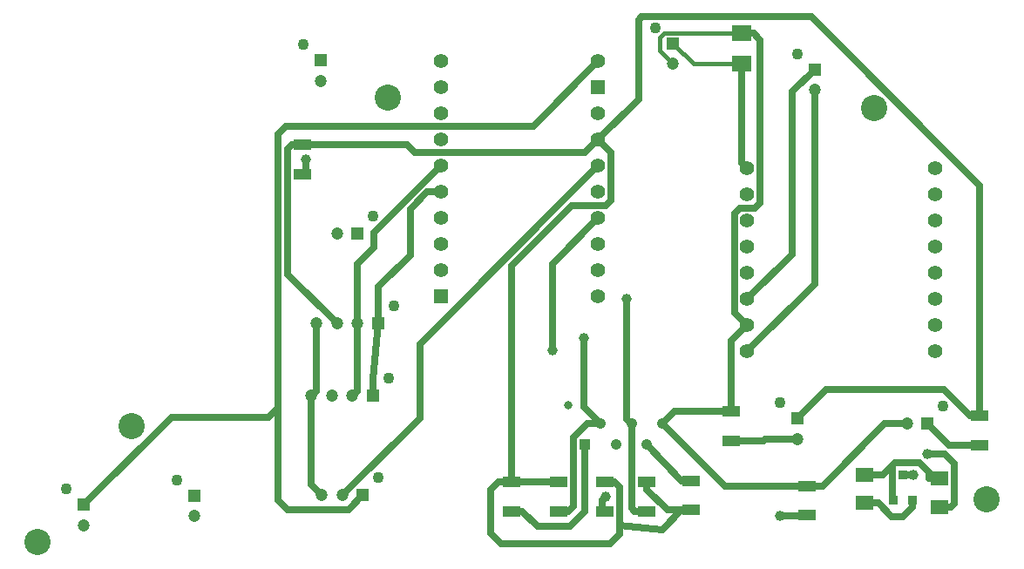
<source format=gbr>
%TF.GenerationSoftware,Altium Limited,Altium Designer,23.1.1 (15)*%
G04 Layer_Physical_Order=1*
G04 Layer_Color=255*
%FSLAX45Y45*%
%MOMM*%
%TF.SameCoordinates,C52F0387-6C9F-4DBB-ABB6-C867BCF9EA55*%
%TF.FilePolarity,Positive*%
%TF.FileFunction,Copper,L1,Top,Signal*%
%TF.Part,Single*%
G01*
G75*
%TA.AperFunction,SMDPad,CuDef*%
%ADD10R,1.71213X1.05814*%
%TA.AperFunction,ConnectorPad*%
%ADD11R,1.90000X1.50000*%
%ADD12R,1.75822X1.40375*%
%ADD13R,0.90000X0.95000*%
%ADD14R,1.71213X1.05814*%
%TA.AperFunction,Conductor*%
%ADD15C,0.63500*%
%ADD16C,0.38100*%
%TA.AperFunction,ComponentPad*%
%ADD17R,1.05000X1.05000*%
%ADD18C,1.05000*%
%TA.AperFunction,ViaPad*%
%ADD19C,2.54000*%
%TA.AperFunction,ComponentPad*%
%ADD20C,1.20000*%
%ADD21R,1.20000X1.20000*%
%ADD22C,1.10000*%
%ADD23R,1.20000X1.20000*%
%ADD24C,1.42240*%
%ADD25R,1.37160X1.37160*%
%ADD26C,0.80000*%
%TA.AperFunction,ViaPad*%
%ADD27C,1.00000*%
D10*
X-4813300Y517703D02*
D03*
X-4356100D02*
D03*
X-3911600D02*
D03*
X-3505200D02*
D03*
X-3073400Y815802D02*
D03*
X-4813300Y803097D02*
D03*
X-4356100D02*
D03*
X-3911600D02*
D03*
X-3505200D02*
D03*
X-3073400Y530403D02*
D03*
X-6845300Y4079697D02*
D03*
Y3794303D02*
D03*
X-1943100Y764997D02*
D03*
Y479603D02*
D03*
X-2679700Y1488897D02*
D03*
Y1203498D02*
D03*
D11*
X-2578100Y4864100D02*
D03*
Y5164099D02*
D03*
D12*
X-1384300Y599039D02*
D03*
Y874161D02*
D03*
X-660400Y836061D02*
D03*
Y560939D02*
D03*
D13*
X-1111001Y624302D02*
D03*
X-1016000Y874298D02*
D03*
X-920999Y624302D02*
D03*
D14*
X-266700Y1447800D02*
D03*
Y1162406D02*
D03*
D15*
X-1947951Y474751D02*
X-1943100Y479603D01*
X-2207489Y474751D02*
X-1947951D01*
X-2212340Y469900D02*
X-2207489Y474751D01*
X-3304083Y530403D02*
X-3162300D01*
X-3764280Y299720D02*
Y383540D01*
X-4813300Y802640D02*
X-4656277D01*
X-7084060Y1524000D02*
Y4183380D01*
Y629920D02*
Y1524000D01*
X-3939891Y517703D02*
Y624489D01*
X-762000Y836061D02*
Y899160D01*
X-1208639Y874161D02*
X-1115060Y967740D01*
Y624302D02*
Y967740D01*
X-6812280Y3794303D02*
Y3937000D01*
X-4944923Y803097D02*
X-4813300D01*
X-5019040Y728980D02*
X-4944923Y803097D01*
X-5019040Y304800D02*
Y728980D01*
Y304800D02*
X-4919980Y205740D01*
X-3858260D01*
X-3764280Y299720D01*
X-3911600Y803097D02*
X-3815537D01*
X-3505200Y731520D02*
Y803097D01*
Y731520D02*
X-3304083Y530403D01*
X-3815537Y803097D02*
X-3764280Y751840D01*
Y383540D02*
Y751840D01*
Y383540D02*
X-3352343Y340360D01*
X-3162300Y530403D01*
X-3073400D01*
X-8973099Y582600D02*
X-8123138Y1432560D01*
X-7175500D01*
X-7084060Y1524000D01*
Y4183380D02*
X-7010400Y4257040D01*
X-4607560D01*
X-3975100Y4889500D01*
X-2746197Y764997D02*
X-1943100D01*
X-3352800Y1371600D02*
X-2746197Y764997D01*
X-4417060Y2082800D02*
Y2923540D01*
X-3975100Y3365500D01*
X-4102801Y519999D02*
Y1171600D01*
X-4249420Y373380D02*
X-4102801Y519999D01*
X-4567377Y373380D02*
X-4249420D01*
X-4711700Y517703D02*
X-4567377Y373380D01*
X-4813300Y517703D02*
X-4711700D01*
X-6461100Y673100D02*
X-5709920Y1424280D01*
Y2138680D01*
X-3975100Y3873500D01*
X-1384300Y874161D02*
X-1208639D01*
X-850900Y988060D02*
X-762000Y899160D01*
X-1384300Y599039D02*
X-1252220D01*
X-1122177Y468996D01*
X-1013460D01*
X-920999Y561457D01*
Y624302D01*
X-4114800Y1533601D02*
X-3952799Y1371600D01*
X-4114800Y1533601D02*
Y2202180D01*
X-3621583Y517703D02*
X-3505200D01*
X-3652799Y548919D02*
X-3621583Y517703D01*
X-3652799Y548919D02*
Y1371600D01*
X-3695700Y1414501D02*
X-3652799Y1371600D01*
X-3695700Y1414501D02*
Y2578100D01*
X-4813300Y802640D02*
Y803097D01*
X-4656277Y802640D02*
X-4655820Y803097D01*
X-4356100D01*
X-4813300D02*
Y2905760D01*
X-4229100Y3489960D01*
X-3898900D01*
X-3850640Y3538220D01*
Y4003040D01*
X-3975100Y4127500D02*
X-3850640Y4003040D01*
X-6990080Y2820279D02*
X-6513500Y2343699D01*
X-6990080Y2820279D02*
Y4036517D01*
X-6946900Y4079697D01*
X-6845300D01*
X-5834837D01*
X-5755640Y4000500D01*
X-4102100D01*
X-3975100Y4127500D01*
X-3583940Y4518660D01*
Y5293360D01*
X-3556000Y5321300D01*
X-1905000D01*
X-266700Y3683000D01*
Y1447800D02*
Y3683000D01*
X-363220Y1447800D02*
X-266700D01*
X-614898Y1699478D02*
X-363220Y1447800D01*
X-1760220Y1699478D02*
X-614898D01*
X-2038899Y1420800D02*
X-1760220Y1699478D01*
X-6398260Y535940D02*
X-6261100Y673100D01*
X-6990080Y535940D02*
X-6398260D01*
X-7084060Y629920D02*
X-6990080Y535940D01*
X-2578100Y3898900D02*
Y4864100D01*
Y3898900D02*
X-2527300Y3848100D01*
X-774700Y1371600D02*
X-565506Y1162406D01*
X-266700D01*
X-6762699Y774700D02*
Y1638300D01*
Y774700D02*
X-6661099Y673100D01*
X-6762699Y1638300D02*
X-6713499Y1687500D01*
Y2343699D01*
X-2578100Y5164099D02*
X-2466619D01*
X-2402840Y5100320D01*
Y3515360D02*
Y5100320D01*
X-2453640Y3464560D02*
X-2402840Y3515360D01*
X-2598420Y3464560D02*
X-2453640D01*
X-2651760Y3411220D02*
X-2598420Y3464560D01*
X-2651760Y2448560D02*
Y3411220D01*
Y2448560D02*
X-2527300Y2324100D01*
X-2679700Y2171700D02*
X-2527300Y2324100D01*
X-2679700Y1488897D02*
Y2171700D01*
X-3235503Y1488897D02*
X-2679700D01*
X-3352800Y1371600D02*
X-3235503Y1488897D01*
X-1943100Y764997D02*
X-1797863D01*
X-1191260Y1371600D01*
X-974700D01*
X-4356100Y517703D02*
X-4264660D01*
X-4216918Y565445D01*
Y1239520D01*
X-4084838Y1371600D01*
X-3952799D01*
X-3939891Y517703D02*
X-3911600D01*
X-3939891Y624489D02*
X-3903980Y660400D01*
X-3502797Y1171600D02*
X-3167380Y815802D01*
X-3073400D01*
X-1115060Y624302D02*
X-1111001D01*
X-1115060Y967740D02*
X-1094740Y988060D01*
X-850900D01*
X-762000Y836061D02*
X-660400D01*
X-1016000Y874298D02*
X-911860D01*
X-6845300Y3794303D02*
X-6812280D01*
X-6362700Y1638300D02*
X-6313500Y1687500D01*
Y2343699D01*
Y2916860D01*
X-6151880Y3078480D01*
Y3223260D01*
X-5501640Y3873500D01*
X-6162700Y1638300D02*
Y1802740D01*
X-6113501Y2343699D01*
Y2697480D01*
X-5803209Y3007771D01*
Y3452551D01*
X-5636260Y3619500D01*
X-5501640D01*
X-2527300Y2578100D02*
X-2087880Y3017520D01*
Y4597618D01*
X-1873799Y4811700D01*
X-2527300Y2070100D02*
X-1873799Y2723601D01*
Y4611700D01*
X-2679700Y1203498D02*
X-2369820D01*
X-2352518Y1220800D01*
X-2038899D01*
X-782320Y1074420D02*
X-607060D01*
X-518160Y985520D01*
Y588879D02*
Y985520D01*
X-546100Y560939D02*
X-518160Y588879D01*
X-660400Y560939D02*
X-546100D01*
D16*
X-3251200Y5064100D02*
X-3051200Y4864100D01*
X-2578100D01*
X-3382112Y4995012D02*
X-3251200Y4864100D01*
X-3382112Y4995012D02*
Y5119731D01*
X-3337743Y5164099D01*
X-2578100D01*
D17*
X-4102801Y1171600D02*
D03*
D18*
X-3952799Y1371600D02*
D03*
X-3802802Y1171600D02*
D03*
X-3652799Y1371600D02*
D03*
X-3502797Y1171600D02*
D03*
X-3352800Y1371600D02*
D03*
D19*
X-8509000Y1346200D02*
D03*
X-1295400Y4432300D02*
D03*
X-203200Y635000D02*
D03*
X-9423400Y215900D02*
D03*
X-6019800Y4533900D02*
D03*
D20*
X-1873799Y4611700D02*
D03*
X-3251200Y4864100D02*
D03*
X-6667500Y4702200D02*
D03*
X-6713499Y2343699D02*
D03*
X-6513500D02*
D03*
X-6313500D02*
D03*
X-6762699Y1638300D02*
D03*
X-6562700D02*
D03*
X-6362700D02*
D03*
X-974700Y1371600D02*
D03*
X-2038899Y1220800D02*
D03*
X-8973099Y382600D02*
D03*
X-6661099Y673100D02*
D03*
X-6461100D02*
D03*
X-7899400Y469900D02*
D03*
X-6513500Y3219999D02*
D03*
D21*
X-1873799Y4811700D02*
D03*
X-3251200Y5064100D02*
D03*
X-6667500Y4902200D02*
D03*
X-2038899Y1420800D02*
D03*
X-8973099Y582600D02*
D03*
X-7899400Y669900D02*
D03*
D22*
X-2043801Y4961702D02*
D03*
X-3421202Y5214102D02*
D03*
X-6837502Y5052202D02*
D03*
X-5963498Y2513701D02*
D03*
X-6012698Y1808302D02*
D03*
X-624698Y1541602D02*
D03*
X-2208901Y1570802D02*
D03*
X-9143101Y732602D02*
D03*
X-6111098Y843102D02*
D03*
X-8069402Y819902D02*
D03*
X-6163498Y3390001D02*
D03*
D23*
X-6113501Y2343699D02*
D03*
X-6162700Y1638300D02*
D03*
X-774700Y1371600D02*
D03*
X-6261100Y673100D02*
D03*
X-6313500Y3219999D02*
D03*
D24*
X-3975100Y4889500D02*
D03*
Y4381500D02*
D03*
Y4127500D02*
D03*
Y3873500D02*
D03*
Y3619500D02*
D03*
Y3365500D02*
D03*
Y3111500D02*
D03*
Y2857500D02*
D03*
Y2603500D02*
D03*
X-5501640Y4889500D02*
D03*
Y4635500D02*
D03*
Y4381500D02*
D03*
Y4127500D02*
D03*
Y3873500D02*
D03*
Y3619500D02*
D03*
Y3365500D02*
D03*
Y3111500D02*
D03*
Y2857500D02*
D03*
X-2527300Y3086100D02*
D03*
Y3340100D02*
D03*
Y3594100D02*
D03*
Y3848100D02*
D03*
Y2832100D02*
D03*
Y2578100D02*
D03*
Y2324100D02*
D03*
Y2070100D02*
D03*
X-698500Y3086100D02*
D03*
Y3340100D02*
D03*
Y3594100D02*
D03*
Y3848100D02*
D03*
Y2832100D02*
D03*
Y2578100D02*
D03*
Y2324100D02*
D03*
Y2070100D02*
D03*
D25*
X-3975100Y4635500D02*
D03*
X-5501640Y2603500D02*
D03*
D26*
X-4267799Y1551600D02*
D03*
D27*
X-2212340Y469900D02*
D03*
X-4417060Y2082800D02*
D03*
X-4114800Y2202180D02*
D03*
X-3695700Y2578100D02*
D03*
X-3903980Y660400D02*
D03*
X-911860Y874298D02*
D03*
X-6812280Y3937000D02*
D03*
X-782320Y1074420D02*
D03*
%TF.MD5,a347712f3664e454555219b07a1995ff*%
M02*

</source>
